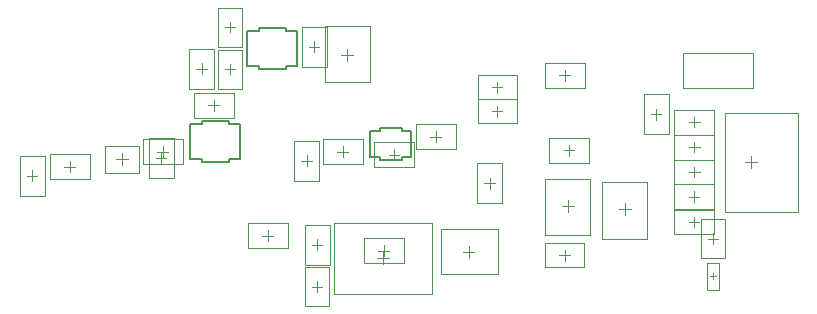
<source format=gbr>
G04*
G04 #@! TF.GenerationSoftware,Altium Limited,Altium Designer,24.6.1 (21)*
G04*
G04 Layer_Color=32768*
%FSLAX25Y25*%
%MOIN*%
G70*
G04*
G04 #@! TF.SameCoordinates,070BA572-D09E-44C5-9521-77B36399D436*
G04*
G04*
G04 #@! TF.FilePolarity,Positive*
G04*
G01*
G75*
%ADD15C,0.00600*%
%ADD45C,0.00394*%
%ADD48C,0.00197*%
D15*
X501450Y439840D02*
X505300D01*
X501450D02*
Y440900D01*
X492550D02*
X501450D01*
X492550D02*
X492550Y439840D01*
X488700D02*
X492550D01*
X488700D02*
X488700Y428160D01*
X492550D01*
Y427100D02*
Y428160D01*
Y427100D02*
X501450D01*
Y428160D01*
X505300D01*
Y439840D01*
X469700Y397160D02*
Y408840D01*
X473550D01*
Y409900D01*
X482450D01*
Y408840D02*
Y409900D01*
Y408840D02*
X486300D01*
Y397160D02*
Y408840D01*
X482450Y397160D02*
X486300D01*
X482450Y396100D02*
Y397160D01*
X473550Y396100D02*
X482450D01*
X473550D02*
Y397160D01*
X469700D02*
X473550D01*
X543250Y397741D02*
Y406259D01*
X540150Y397741D02*
X543250D01*
X540150Y396650D02*
Y397741D01*
X532850Y396650D02*
X540150D01*
X532850D02*
Y397741D01*
X529750D02*
X532850D01*
X529750D02*
Y406259D01*
X532850D01*
Y407350D01*
X540150D01*
Y406259D02*
Y407350D01*
Y406259D02*
X543250D01*
D45*
X595500Y379532D02*
Y383469D01*
X593532Y381500D02*
X597469D01*
X560484Y366112D02*
X564421D01*
X562453Y364143D02*
Y368080D01*
X614500Y378323D02*
Y382260D01*
X612532Y380291D02*
X616468D01*
X522000Y429740D02*
Y433677D01*
X520031Y431709D02*
X523969D01*
X644000Y368728D02*
Y372272D01*
X642228Y370500D02*
X645772D01*
X643016Y358000D02*
X644984D01*
X644000Y357016D02*
Y358984D01*
X460500Y397728D02*
Y401272D01*
X458728Y399500D02*
X462272D01*
X656500Y394032D02*
Y397969D01*
X654531Y396000D02*
X658468D01*
X635874Y384500D02*
X639417Y384500D01*
X637646Y382728D02*
Y386272D01*
X635874Y376104D02*
X639417D01*
X637646Y374332D02*
Y377876D01*
X635963Y409372D02*
X639506D01*
X637735Y407601D02*
Y411144D01*
X635912Y392757D02*
X639456D01*
X637684Y390986D02*
Y394529D01*
X635963Y401016D02*
X639506D01*
X637735Y399244D02*
Y402788D01*
X532374Y366500D02*
X535917D01*
X534146Y364728D02*
Y368272D01*
X594500Y363228D02*
Y366772D01*
X592728Y365000D02*
X596272D01*
X510228Y354500D02*
X513772D01*
X512000Y352728D02*
Y356272D01*
X510228Y368500D02*
X513772D01*
X512000Y366728D02*
Y370272D01*
X572000Y411228D02*
Y414772D01*
X570228Y413000D02*
X573772D01*
X594500Y423228D02*
Y426772D01*
X592728Y425000D02*
X596272D01*
X623228Y412000D02*
X626772D01*
X625000Y410228D02*
Y413772D01*
X571953Y419228D02*
Y422772D01*
X570181Y421000D02*
X573724D01*
X594228Y400000D02*
X597772D01*
X596000Y401772D02*
X596000Y398228D01*
X537646Y396728D02*
Y400272D01*
X535874Y398500D02*
X539417D01*
X471728Y427146D02*
X475272Y427146D01*
X473500Y428917D02*
X473500Y425374D01*
X481228Y427047D02*
X484772D01*
X483000Y425276D02*
Y428819D01*
X481228Y441047D02*
X484772D01*
X483000Y439276D02*
Y442819D01*
X509228Y434500D02*
X512772D01*
X511000Y432728D02*
Y436272D01*
X475728Y415000D02*
X479272D01*
X477500Y413228D02*
Y416772D01*
X460000Y395728D02*
Y399272D01*
X458228Y397500D02*
X461772D01*
X429500Y392728D02*
Y396272D01*
X427728Y394500D02*
X431272D01*
X447000Y395031D02*
Y398969D01*
X445031Y397000D02*
X448969D01*
X417000Y389728D02*
Y393272D01*
X415228Y391500D02*
X418772D01*
X508500Y394728D02*
Y398272D01*
X506728Y396500D02*
X510272D01*
X518728Y399500D02*
X522272D01*
X520500Y397728D02*
Y401272D01*
X549728Y404500D02*
X553272D01*
X551500Y402728D02*
Y406272D01*
X493728Y371500D02*
X497272D01*
X495500Y369728D02*
Y373272D01*
X534000Y362032D02*
Y365968D01*
X532031Y364000D02*
X535968D01*
X569500Y387228D02*
Y390772D01*
X567728Y389000D02*
X571272D01*
D48*
X588020Y371657D02*
Y390555D01*
Y371657D02*
X602980D01*
Y390555D01*
X588020D02*
X602980D01*
X553398Y358632D02*
X572295D01*
Y373592D01*
X553398D02*
X572295D01*
X553398Y358632D02*
Y373592D01*
X607020Y370449D02*
Y389347D01*
Y370449D02*
X621980D01*
Y389347D01*
X607020D02*
X621980D01*
X529480Y422653D02*
Y441551D01*
X514520D02*
X529480D01*
X514520Y422653D02*
Y441551D01*
Y422653D02*
X529480D01*
X640063Y376996D02*
X647937D01*
X640063Y364004D02*
X647937D01*
X647937Y376996D02*
X647937Y364004D01*
X640063D02*
Y376996D01*
X642031Y353571D02*
X645968D01*
X642031D02*
Y362429D01*
X645968D01*
X646000Y353571D02*
Y362429D01*
X453807Y395366D02*
X467193D01*
X453807Y403634D02*
X467193D01*
Y395366D02*
Y403634D01*
X453807Y395366D02*
Y403634D01*
X647937Y379465D02*
Y412535D01*
X672248D01*
Y379465D02*
Y412535D01*
X647937Y379465D02*
X672248D01*
X630953Y380366D02*
Y388634D01*
X644339Y380366D02*
Y388634D01*
X630953Y380366D02*
X644339D01*
X630953Y388634D02*
X644339D01*
X630953Y371970D02*
Y380238D01*
X644339Y380238D02*
X644339Y371970D01*
X630953Y371970D02*
X644339Y371970D01*
X630953Y380238D02*
X644339Y380238D01*
X631042Y405239D02*
Y413506D01*
X644427Y405239D02*
Y413506D01*
X631042Y405239D02*
X644427D01*
X631042Y413506D02*
X644427D01*
X630991Y388623D02*
Y396891D01*
X644377Y388623D02*
Y396891D01*
X630991Y388623D02*
X644377D01*
X630991Y396891D02*
X644377D01*
X631042Y396882D02*
Y405150D01*
X644427Y396882D02*
Y405150D01*
X631042Y396882D02*
X644427D01*
X631042Y405150D02*
X644427D01*
X540839Y362366D02*
Y370634D01*
X527453Y362366D02*
Y370634D01*
X540839D01*
X527453Y362366D02*
X540839D01*
X588004Y361063D02*
X600996D01*
X588004Y368937D02*
X600996D01*
Y361063D02*
Y368937D01*
X588004Y361063D02*
Y368937D01*
X508063Y348004D02*
Y360996D01*
X515937D02*
X515937Y348004D01*
X508063D02*
X515937D01*
X508063Y360996D02*
X515937D01*
X516134Y361807D02*
Y375193D01*
X507866Y361807D02*
Y375193D01*
X516134D01*
X507866Y361807D02*
X516134D01*
X565504Y416937D02*
X578496D01*
X565504Y409063D02*
X578496D01*
X565504D02*
X565504Y416937D01*
X578496D02*
X578496Y409063D01*
X587807Y429134D02*
X601193Y429134D01*
X587807Y420866D02*
X601193D01*
X587807D02*
Y429134D01*
X601193Y420866D02*
Y429134D01*
X620866Y405307D02*
Y418693D01*
X629134Y405307D02*
Y418693D01*
X620866Y405307D02*
X629134D01*
X620866Y418693D02*
X629134D01*
X565457Y424937D02*
X578449D01*
X565457Y417063D02*
X578449Y417063D01*
X565457Y417063D02*
X565457Y424937D01*
X578449Y417063D02*
X578449Y424937D01*
X602693Y395866D02*
Y404134D01*
X589307Y395866D02*
Y404134D01*
X602693Y404134D01*
X589307Y395866D02*
X602693D01*
X530953Y402634D02*
X544339D01*
X530953Y394366D02*
X544339D01*
Y402634D01*
X530953Y394366D02*
Y402634D01*
X469366Y420453D02*
Y433839D01*
X477634Y420453D02*
Y433839D01*
X469366Y420453D02*
X477634D01*
X469366Y433839D02*
X477634D01*
X486937Y420551D02*
Y433543D01*
X479063D02*
X479063Y420551D01*
X479063Y433543D02*
X486937D01*
X479063Y420551D02*
X486937D01*
X486937Y434551D02*
Y447543D01*
X479063D02*
X479063Y434551D01*
X479063Y447543D02*
X486937D01*
X479063Y434551D02*
X486937Y434551D01*
X506866Y427807D02*
Y441193D01*
X515134Y427807D02*
X515134Y441193D01*
X506866Y441193D02*
X515134Y441193D01*
X506866Y427807D02*
X515134D01*
X470807Y410866D02*
Y419134D01*
X484193Y410866D02*
Y419134D01*
X470807Y410866D02*
X484193D01*
X470807Y419134D02*
X484193D01*
X455866Y404193D02*
X464134D01*
X455866Y390807D02*
X464134D01*
X455866D02*
Y404193D01*
X464134Y390807D02*
Y404193D01*
X422807Y390366D02*
X436193D01*
X422807Y398634D02*
X436193D01*
Y390366D02*
Y398634D01*
X422807Y390366D02*
Y398634D01*
X633866Y420614D02*
X657134Y420614D01*
Y432386D01*
X633866Y432386D02*
X657134Y432386D01*
X633866Y420614D02*
Y432386D01*
X441291Y401449D02*
X452709D01*
X441291Y392551D02*
X452709D01*
X441291D02*
Y401449D01*
X452709Y392551D02*
Y401449D01*
X412866Y384807D02*
X421134D01*
X412866Y398193D02*
X421134D01*
X412866Y384807D02*
Y398193D01*
X421134Y384807D02*
Y398193D01*
X504366Y389807D02*
X512634D01*
X504366Y403193D02*
X512634D01*
X504366Y389807D02*
Y403193D01*
X512634Y389807D02*
Y403193D01*
X527193Y395366D02*
Y403634D01*
X513807Y395366D02*
Y403634D01*
Y395366D02*
X527193D01*
X513807Y403634D02*
X527193D01*
X558193Y400366D02*
Y408634D01*
X544807Y400366D02*
Y408634D01*
Y400366D02*
X558193Y400366D01*
X544807Y408634D02*
X558193Y408634D01*
X502193Y367366D02*
Y375634D01*
X488807Y367366D02*
Y375634D01*
Y367366D02*
X502193D01*
X488807Y375634D02*
X502193D01*
X517661Y375811D02*
X550339D01*
X517661Y352189D02*
X550339D01*
X517661D02*
Y375811D01*
X550339Y352189D02*
Y375811D01*
X565366Y395693D02*
X573634D01*
X565366Y382307D02*
X573634D01*
Y395693D01*
X565366Y382307D02*
Y395693D01*
M02*

</source>
